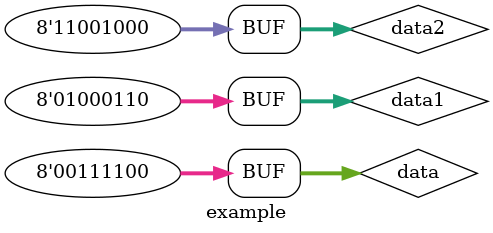
<source format=v>
/*
1.V.C.D(Value Change Dump) file:-
  1.vcd file is the file format used in digital simulation to record changes in signal values over time.
  2.it's like keeping a log of how the signals in your digital design changes during simulation.
  3.system task -->$dumpfile("file_name.vcd"); //dump all the simulation information into file_name.vcd file
  4.system task -->$dumpvars(scope,variables); //it is used to specify which variables or signals you want to include in v.c.d file during simulation
    scope-an optional argument that specifies the hierarchical scope of the variable
    variables:-list of variables or signals that you want to include in the v.c.d file

  let's break the words in vcd:-
  1.value change:-it records when the value of a digital signal changes,such as a flip flop toggling from 0 to 1
  2.dump:-it's like taking a snapshot or dumping the current values of all the signals at specific times
  so,a VCD file is the timeline or a movie script that captures how the signals in your digital design evolve during simulation.
  tools like waveform viewer use this file to graphically display the signals in your design

  syntax:
  initial $dumpfile("dump.vcd"); //simulation information dumped into the file dump.vcd
  initial $dumpvars; //no arguments means dump all the signals of the design 
*/

//Example
module example;
  reg [7:0]data,data1,data2;
  initial
    begin
      data=0;
      data1=50;
      data2=100;
      #20;
      data=20;
      #20;
      data=30;
      data1=60;
      #20;
      data=40;
      data2=200;
      #20;
      data=60;
      data1=70;
    end
  initial
    begin
      $dumpfile("example.vcd");
      $dumpvars; //no arguments means dump all the variables of module
      //$dumpvars(0,data,data1); //dump only data and data1 into the v.c.d file
      //$dumpvars(0,data); //dump only data into the v.c.d file
    end
endmodule

</source>
